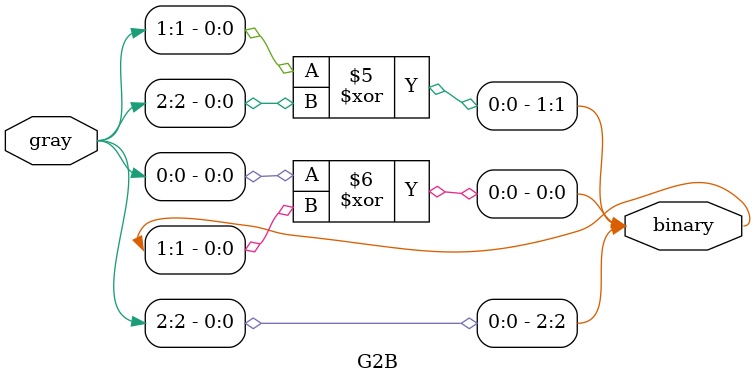
<source format=sv>
module G2B #(
    parameter int N = 3
)(
    input  logic [N-1:0] gray,
    output logic [N-1:0] binary
);

    always_comb begin
        binary[N-1] = gray[N-1];
        for (int i = N-2; i >= 0; i--) begin
            binary[i] = gray[i] ^ binary[i+1];
        end
    end

endmodule

</source>
